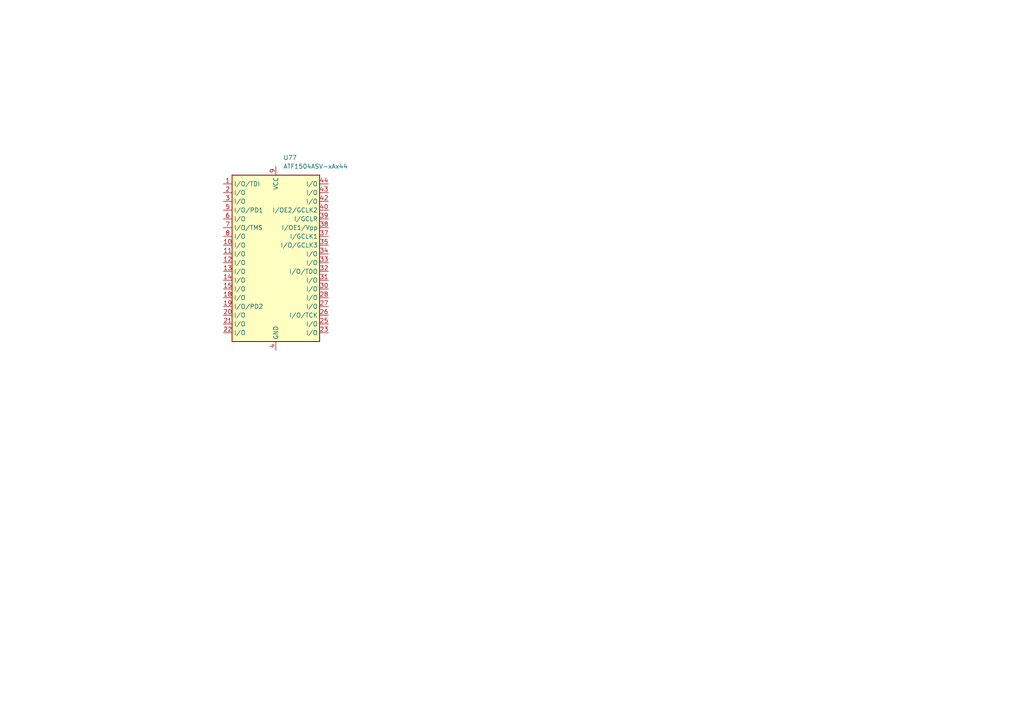
<source format=kicad_sch>
(kicad_sch (version 20250114) (generator "eeschema") (generator_version "9.0")
  (paper "A4")
  (lib_symbols
    (symbol "CPLD_Microchip:ATF1504ASV-xAx44"
      (property "Reference" "U" (at -12.7 24.13 0))
      (property "Value" "ATF1504ASV-xAx44" (at 12.7 24.13 0))
      (symbol "ATF1504ASV-xAx44_0_1"
        (rectangle (start -12.7 22.86) (end 12.7 -25.4) (stroke (width 0.254)) (fill (type background)))
      )
      (symbol "ATF1504ASV-xAx44_1_1"
        (pin bidirectional line (at -15.24 20.32 0) (length 2.54) (name "I/O/TDI") (number "1"))
        (pin bidirectional line (at -15.24 17.78 0) (length 2.54) (name "I/O") (number "2"))
        (pin bidirectional line (at -15.24 15.24 0) (length 2.54) (name "I/O") (number "3"))
        (pin bidirectional line (at -15.24 12.7 0) (length 2.54) (name "I/O/PD1") (number "5"))
        (pin bidirectional line (at -15.24 10.16 0) (length 2.54) (name "I/O") (number "6"))
        (pin bidirectional line (at -15.24 7.62 0) (length 2.54) (name "I/O/TMS") (number "7"))
        (pin bidirectional line (at -15.24 5.08 0) (length 2.54) (name "I/O") (number "8"))
        (pin bidirectional line (at -15.24 2.54 0) (length 2.54) (name "I/O") (number "10"))
        (pin bidirectional line (at -15.24 0 0) (length 2.54) (name "I/O") (number "11"))
        (pin bidirectional line (at -15.24 -2.54 0) (length 2.54) (name "I/O") (number "12"))
        (pin bidirectional line (at -15.24 -5.08 0) (length 2.54) (name "I/O") (number "13"))
        (pin bidirectional line (at -15.24 -7.62 0) (length 2.54) (name "I/O") (number "14"))
        (pin bidirectional line (at -15.24 -10.16 0) (length 2.54) (name "I/O") (number "15"))
        (pin bidirectional line (at -15.24 -12.7 0) (length 2.54) (name "I/O") (number "18"))
        (pin bidirectional line (at -15.24 -15.24 0) (length 2.54) (name "I/O/PD2") (number "19"))
        (pin bidirectional line (at -15.24 -17.78 0) (length 2.54) (name "I/O") (number "20"))
        (pin bidirectional line (at -15.24 -20.32 0) (length 2.54) (name "I/O") (number "21"))
        (pin bidirectional line (at -15.24 -22.86 0) (length 2.54) (name "I/O") (number "22"))
        (pin passive line (at 0 25.4 270) (length 2.54) (hide yes) (name "VCC") (number "17"))
        (pin passive line (at 0 25.4 270) (length 2.54) (hide yes) (name "VCC") (number "29"))
        (pin passive line (at 0 25.4 270) (length 2.54) (hide yes) (name "VCC") (number "41"))
        (pin power_in line (at 0 25.4 270) (length 2.54) (name "VCC") (number "9"))
        (pin passive line (at 0 -27.94 90) (length 2.54) (hide yes) (name "GND") (number "16"))
        (pin passive line (at 0 -27.94 90) (length 2.54) (hide yes) (name "GND") (number "24"))
        (pin passive line (at 0 -27.94 90) (length 2.54) (hide yes) (name "GND") (number "36"))
        (pin power_in line (at 0 -27.94 90) (length 2.54) (name "GND") (number "4"))
        (pin bidirectional line (at 15.24 20.32 180) (length 2.54) (name "I/O") (number "44"))
        (pin bidirectional line (at 15.24 17.78 180) (length 2.54) (name "I/O") (number "43"))
        (pin bidirectional line (at 15.24 15.24 180) (length 2.54) (name "I/O") (number "42"))
        (pin input line (at 15.24 12.7 180) (length 2.54) (name "I/OE2/GCLK2") (number "40"))
        (pin input line (at 15.24 10.16 180) (length 2.54) (name "I/GCLR") (number "39"))
        (pin input line (at 15.24 7.62 180) (length 2.54) (name "I/OE1/Vpp") (number "38"))
        (pin input line (at 15.24 5.08 180) (length 2.54) (name "I/GCLK1") (number "37"))
        (pin bidirectional line (at 15.24 2.54 180) (length 2.54) (name "I/O/GCLK3") (number "35"))
        (pin bidirectional line (at 15.24 0 180) (length 2.54) (name "I/O") (number "34"))
        (pin bidirectional line (at 15.24 -2.54 180) (length 2.54) (name "I/O") (number "33"))
        (pin bidirectional line (at 15.24 -5.08 180) (length 2.54) (name "I/O/TDO") (number "32"))
        (pin bidirectional line (at 15.24 -7.62 180) (length 2.54) (name "I/O") (number "31"))
        (pin bidirectional line (at 15.24 -10.16 180) (length 2.54) (name "I/O") (number "30"))
        (pin bidirectional line (at 15.24 -12.7 180) (length 2.54) (name "I/O") (number "28"))
        (pin bidirectional line (at 15.24 -15.24 180) (length 2.54) (name "I/O") (number "27"))
        (pin bidirectional line (at 15.24 -17.78 180) (length 2.54) (name "I/O/TCK") (number "26"))
        (pin bidirectional line (at 15.24 -20.32 180) (length 2.54) (name "I/O") (number "25"))
        (pin bidirectional line (at 15.24 -22.86 180) (length 2.54) (name "I/O") (number "23"))
      )
    )
  )
  (symbol (lib_id "CPLD_Microchip:ATF1504ASV-xAx44") (at 80.01 73.66 0) (unit 1)
    (property "Reference" "U77" (at 82.1533 45.72 0) (effects (justify left)))
    (property "Value" "ATF1504ASV-xAx44" (at 82.1533 48.26 0) (effects (justify left)))
    (property "Footprint" "Package_QFP:TQFP-44_10x10mm_P0.8mm" (effects (hide yes)))
    (property "Datasheet" "http://ww1.microchip.com/downloads/en/DeviceDoc/ATF1504ASV-ATF1504ASVL-Data-Sheet-20006185A.pdf" (effects (hide yes)))
    (property "Description" "Microchip CPLD, 64 Macrocell, 3.3 V, TQFP-44" (effects (hide yes)))
  )
)
</source>
